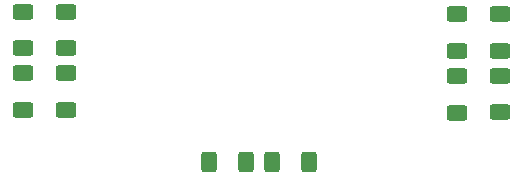
<source format=gbr>
%TF.GenerationSoftware,KiCad,Pcbnew,8.0.2*%
%TF.CreationDate,2024-11-07T23:12:14+05:30*%
%TF.ProjectId,lsa,6c73612e-6b69-4636-9164-5f7063625858,rev?*%
%TF.SameCoordinates,Original*%
%TF.FileFunction,Paste,Bot*%
%TF.FilePolarity,Positive*%
%FSLAX46Y46*%
G04 Gerber Fmt 4.6, Leading zero omitted, Abs format (unit mm)*
G04 Created by KiCad (PCBNEW 8.0.2) date 2024-11-07 23:12:14*
%MOMM*%
%LPD*%
G01*
G04 APERTURE LIST*
G04 Aperture macros list*
%AMRoundRect*
0 Rectangle with rounded corners*
0 $1 Rounding radius*
0 $2 $3 $4 $5 $6 $7 $8 $9 X,Y pos of 4 corners*
0 Add a 4 corners polygon primitive as box body*
4,1,4,$2,$3,$4,$5,$6,$7,$8,$9,$2,$3,0*
0 Add four circle primitives for the rounded corners*
1,1,$1+$1,$2,$3*
1,1,$1+$1,$4,$5*
1,1,$1+$1,$6,$7*
1,1,$1+$1,$8,$9*
0 Add four rect primitives between the rounded corners*
20,1,$1+$1,$2,$3,$4,$5,0*
20,1,$1+$1,$4,$5,$6,$7,0*
20,1,$1+$1,$6,$7,$8,$9,0*
20,1,$1+$1,$8,$9,$2,$3,0*%
G04 Aperture macros list end*
%ADD10RoundRect,0.250000X0.625000X-0.400000X0.625000X0.400000X-0.625000X0.400000X-0.625000X-0.400000X0*%
%ADD11RoundRect,0.250000X-0.400000X-0.625000X0.400000X-0.625000X0.400000X0.625000X-0.400000X0.625000X0*%
G04 APERTURE END LIST*
D10*
%TO.C,R7*%
X99700000Y-78550000D03*
X99700000Y-75450000D03*
%TD*%
%TO.C,R2*%
X136400000Y-83950000D03*
X136400000Y-80850000D03*
%TD*%
D11*
%TO.C,R5*%
X117100000Y-88200000D03*
X120200000Y-88200000D03*
%TD*%
D10*
%TO.C,R9*%
X96000000Y-78550000D03*
X96000000Y-75450000D03*
%TD*%
%TO.C,R4*%
X132800000Y-84000000D03*
X132800000Y-80900000D03*
%TD*%
%TO.C,R3*%
X132800000Y-78750000D03*
X132800000Y-75650000D03*
%TD*%
%TO.C,R1*%
X136400000Y-78750000D03*
X136400000Y-75650000D03*
%TD*%
%TO.C,R8*%
X99700000Y-83750000D03*
X99700000Y-80650000D03*
%TD*%
D11*
%TO.C,R6*%
X111800000Y-88200000D03*
X114900000Y-88200000D03*
%TD*%
D10*
%TO.C,R10*%
X96000000Y-83750000D03*
X96000000Y-80650000D03*
%TD*%
M02*

</source>
